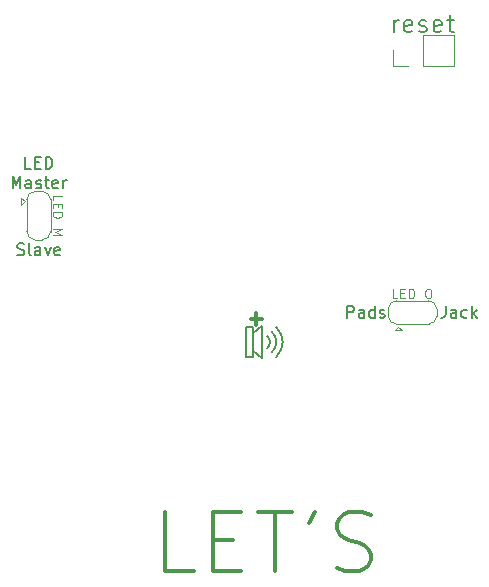
<source format=gbr>
G04 #@! TF.GenerationSoftware,KiCad,Pcbnew,(5.1.2)-2*
G04 #@! TF.CreationDate,2019-10-07T16:48:37+02:00*
G04 #@! TF.ProjectId,vitamins_included,76697461-6d69-46e7-935f-696e636c7564,rev?*
G04 #@! TF.SameCoordinates,Original*
G04 #@! TF.FileFunction,Legend,Top*
G04 #@! TF.FilePolarity,Positive*
%FSLAX46Y46*%
G04 Gerber Fmt 4.6, Leading zero omitted, Abs format (unit mm)*
G04 Created by KiCad (PCBNEW (5.1.2)-2) date 2019-10-07 16:48:37*
%MOMM*%
%LPD*%
G04 APERTURE LIST*
%ADD10C,0.100000*%
%ADD11C,0.150000*%
%ADD12C,0.300000*%
%ADD13C,0.200000*%
%ADD14C,0.120000*%
%ADD15C,0.180000*%
G04 APERTURE END LIST*
D10*
X68461904Y-26411904D02*
X68080952Y-26411904D01*
X68080952Y-25611904D01*
X68728571Y-25992857D02*
X68995238Y-25992857D01*
X69109523Y-26411904D02*
X68728571Y-26411904D01*
X68728571Y-25611904D01*
X69109523Y-25611904D01*
X69452380Y-26411904D02*
X69452380Y-25611904D01*
X69642857Y-25611904D01*
X69757142Y-25650000D01*
X69833333Y-25726190D01*
X69871428Y-25802380D01*
X69909523Y-25954761D01*
X69909523Y-26069047D01*
X69871428Y-26221428D01*
X69833333Y-26297619D01*
X69757142Y-26373809D01*
X69642857Y-26411904D01*
X69452380Y-26411904D01*
X71014285Y-25611904D02*
X71166666Y-25611904D01*
X71242857Y-25650000D01*
X71319047Y-25726190D01*
X71357142Y-25878571D01*
X71357142Y-26145238D01*
X71319047Y-26297619D01*
X71242857Y-26373809D01*
X71166666Y-26411904D01*
X71014285Y-26411904D01*
X70938095Y-26373809D01*
X70861904Y-26297619D01*
X70823809Y-26145238D01*
X70823809Y-25878571D01*
X70861904Y-25726190D01*
X70938095Y-25650000D01*
X71014285Y-25611904D01*
X39288095Y-18123809D02*
X39288095Y-17742857D01*
X40088095Y-17742857D01*
X39707142Y-18390476D02*
X39707142Y-18657142D01*
X39288095Y-18771428D02*
X39288095Y-18390476D01*
X40088095Y-18390476D01*
X40088095Y-18771428D01*
X39288095Y-19114285D02*
X40088095Y-19114285D01*
X40088095Y-19304761D01*
X40050000Y-19419047D01*
X39973809Y-19495238D01*
X39897619Y-19533333D01*
X39745238Y-19571428D01*
X39630952Y-19571428D01*
X39478571Y-19533333D01*
X39402380Y-19495238D01*
X39326190Y-19419047D01*
X39288095Y-19304761D01*
X39288095Y-19114285D01*
X39288095Y-20523809D02*
X40088095Y-20523809D01*
X39516666Y-20790476D01*
X40088095Y-21057142D01*
X39288095Y-21057142D01*
D11*
X37457142Y-15427380D02*
X36980952Y-15427380D01*
X36980952Y-14427380D01*
X37790476Y-14903571D02*
X38123809Y-14903571D01*
X38266666Y-15427380D02*
X37790476Y-15427380D01*
X37790476Y-14427380D01*
X38266666Y-14427380D01*
X38695238Y-15427380D02*
X38695238Y-14427380D01*
X38933333Y-14427380D01*
X39076190Y-14475000D01*
X39171428Y-14570238D01*
X39219047Y-14665476D01*
X39266666Y-14855952D01*
X39266666Y-14998809D01*
X39219047Y-15189285D01*
X39171428Y-15284523D01*
X39076190Y-15379761D01*
X38933333Y-15427380D01*
X38695238Y-15427380D01*
X35885714Y-17077380D02*
X35885714Y-16077380D01*
X36219047Y-16791666D01*
X36552380Y-16077380D01*
X36552380Y-17077380D01*
X37457142Y-17077380D02*
X37457142Y-16553571D01*
X37409523Y-16458333D01*
X37314285Y-16410714D01*
X37123809Y-16410714D01*
X37028571Y-16458333D01*
X37457142Y-17029761D02*
X37361904Y-17077380D01*
X37123809Y-17077380D01*
X37028571Y-17029761D01*
X36980952Y-16934523D01*
X36980952Y-16839285D01*
X37028571Y-16744047D01*
X37123809Y-16696428D01*
X37361904Y-16696428D01*
X37457142Y-16648809D01*
X37885714Y-17029761D02*
X37980952Y-17077380D01*
X38171428Y-17077380D01*
X38266666Y-17029761D01*
X38314285Y-16934523D01*
X38314285Y-16886904D01*
X38266666Y-16791666D01*
X38171428Y-16744047D01*
X38028571Y-16744047D01*
X37933333Y-16696428D01*
X37885714Y-16601190D01*
X37885714Y-16553571D01*
X37933333Y-16458333D01*
X38028571Y-16410714D01*
X38171428Y-16410714D01*
X38266666Y-16458333D01*
X38600000Y-16410714D02*
X38980952Y-16410714D01*
X38742857Y-16077380D02*
X38742857Y-16934523D01*
X38790476Y-17029761D01*
X38885714Y-17077380D01*
X38980952Y-17077380D01*
X39695238Y-17029761D02*
X39600000Y-17077380D01*
X39409523Y-17077380D01*
X39314285Y-17029761D01*
X39266666Y-16934523D01*
X39266666Y-16553571D01*
X39314285Y-16458333D01*
X39409523Y-16410714D01*
X39600000Y-16410714D01*
X39695238Y-16458333D01*
X39742857Y-16553571D01*
X39742857Y-16648809D01*
X39266666Y-16744047D01*
X40171428Y-17077380D02*
X40171428Y-16410714D01*
X40171428Y-16601190D02*
X40219047Y-16505952D01*
X40266666Y-16458333D01*
X40361904Y-16410714D01*
X40457142Y-16410714D01*
X36290476Y-22704761D02*
X36433333Y-22752380D01*
X36671428Y-22752380D01*
X36766666Y-22704761D01*
X36814285Y-22657142D01*
X36861904Y-22561904D01*
X36861904Y-22466666D01*
X36814285Y-22371428D01*
X36766666Y-22323809D01*
X36671428Y-22276190D01*
X36480952Y-22228571D01*
X36385714Y-22180952D01*
X36338095Y-22133333D01*
X36290476Y-22038095D01*
X36290476Y-21942857D01*
X36338095Y-21847619D01*
X36385714Y-21800000D01*
X36480952Y-21752380D01*
X36719047Y-21752380D01*
X36861904Y-21800000D01*
X37433333Y-22752380D02*
X37338095Y-22704761D01*
X37290476Y-22609523D01*
X37290476Y-21752380D01*
X38242857Y-22752380D02*
X38242857Y-22228571D01*
X38195238Y-22133333D01*
X38100000Y-22085714D01*
X37909523Y-22085714D01*
X37814285Y-22133333D01*
X38242857Y-22704761D02*
X38147619Y-22752380D01*
X37909523Y-22752380D01*
X37814285Y-22704761D01*
X37766666Y-22609523D01*
X37766666Y-22514285D01*
X37814285Y-22419047D01*
X37909523Y-22371428D01*
X38147619Y-22371428D01*
X38242857Y-22323809D01*
X38623809Y-22085714D02*
X38861904Y-22752380D01*
X39100000Y-22085714D01*
X39861904Y-22704761D02*
X39766666Y-22752380D01*
X39576190Y-22752380D01*
X39480952Y-22704761D01*
X39433333Y-22609523D01*
X39433333Y-22228571D01*
X39480952Y-22133333D01*
X39576190Y-22085714D01*
X39766666Y-22085714D01*
X39861904Y-22133333D01*
X39909523Y-22228571D01*
X39909523Y-22323809D01*
X39433333Y-22419047D01*
D12*
X51216523Y-49512904D02*
X48835571Y-49512904D01*
X48835571Y-44512904D01*
X52883190Y-46893857D02*
X54549857Y-46893857D01*
X55264142Y-49512904D02*
X52883190Y-49512904D01*
X52883190Y-44512904D01*
X55264142Y-44512904D01*
X56692714Y-44512904D02*
X59549857Y-44512904D01*
X58121285Y-49512904D02*
X58121285Y-44512904D01*
X61454619Y-44512904D02*
X60978428Y-45465285D01*
X63359380Y-49274809D02*
X64073666Y-49512904D01*
X65264142Y-49512904D01*
X65740333Y-49274809D01*
X65978428Y-49036714D01*
X66216523Y-48560523D01*
X66216523Y-48084333D01*
X65978428Y-47608142D01*
X65740333Y-47370047D01*
X65264142Y-47131952D01*
X64311761Y-46893857D01*
X63835571Y-46655761D01*
X63597476Y-46417666D01*
X63359380Y-45941476D01*
X63359380Y-45465285D01*
X63597476Y-44989095D01*
X63835571Y-44751000D01*
X64311761Y-44512904D01*
X65502238Y-44512904D01*
X66216523Y-44751000D01*
D11*
X72557142Y-27052380D02*
X72557142Y-27766666D01*
X72509523Y-27909523D01*
X72414285Y-28004761D01*
X72271428Y-28052380D01*
X72176190Y-28052380D01*
X73461904Y-28052380D02*
X73461904Y-27528571D01*
X73414285Y-27433333D01*
X73319047Y-27385714D01*
X73128571Y-27385714D01*
X73033333Y-27433333D01*
X73461904Y-28004761D02*
X73366666Y-28052380D01*
X73128571Y-28052380D01*
X73033333Y-28004761D01*
X72985714Y-27909523D01*
X72985714Y-27814285D01*
X73033333Y-27719047D01*
X73128571Y-27671428D01*
X73366666Y-27671428D01*
X73461904Y-27623809D01*
X74366666Y-28004761D02*
X74271428Y-28052380D01*
X74080952Y-28052380D01*
X73985714Y-28004761D01*
X73938095Y-27957142D01*
X73890476Y-27861904D01*
X73890476Y-27576190D01*
X73938095Y-27480952D01*
X73985714Y-27433333D01*
X74080952Y-27385714D01*
X74271428Y-27385714D01*
X74366666Y-27433333D01*
X74795238Y-28052380D02*
X74795238Y-27052380D01*
X74890476Y-27671428D02*
X75176190Y-28052380D01*
X75176190Y-27385714D02*
X74795238Y-27766666D01*
D12*
X56045761Y-28171642D02*
X57036238Y-28171642D01*
X56541000Y-27676404D02*
X56541000Y-28666880D01*
D11*
X64228571Y-28052380D02*
X64228571Y-27052380D01*
X64609523Y-27052380D01*
X64704761Y-27100000D01*
X64752380Y-27147619D01*
X64800000Y-27242857D01*
X64800000Y-27385714D01*
X64752380Y-27480952D01*
X64704761Y-27528571D01*
X64609523Y-27576190D01*
X64228571Y-27576190D01*
X65657142Y-28052380D02*
X65657142Y-27528571D01*
X65609523Y-27433333D01*
X65514285Y-27385714D01*
X65323809Y-27385714D01*
X65228571Y-27433333D01*
X65657142Y-28004761D02*
X65561904Y-28052380D01*
X65323809Y-28052380D01*
X65228571Y-28004761D01*
X65180952Y-27909523D01*
X65180952Y-27814285D01*
X65228571Y-27719047D01*
X65323809Y-27671428D01*
X65561904Y-27671428D01*
X65657142Y-27623809D01*
X66561904Y-28052380D02*
X66561904Y-27052380D01*
X66561904Y-28004761D02*
X66466666Y-28052380D01*
X66276190Y-28052380D01*
X66180952Y-28004761D01*
X66133333Y-27957142D01*
X66085714Y-27861904D01*
X66085714Y-27576190D01*
X66133333Y-27480952D01*
X66180952Y-27433333D01*
X66276190Y-27385714D01*
X66466666Y-27385714D01*
X66561904Y-27433333D01*
X66990476Y-28004761D02*
X67085714Y-28052380D01*
X67276190Y-28052380D01*
X67371428Y-28004761D01*
X67419047Y-27909523D01*
X67419047Y-27861904D01*
X67371428Y-27766666D01*
X67276190Y-27719047D01*
X67133333Y-27719047D01*
X67038095Y-27671428D01*
X66990476Y-27576190D01*
X66990476Y-27528571D01*
X67038095Y-27433333D01*
X67133333Y-27385714D01*
X67276190Y-27385714D01*
X67371428Y-27433333D01*
D13*
X58192567Y-31375489D02*
G75*
G03X58192000Y-28836000I-1143567J1269489D01*
G01*
X56287000Y-29344000D02*
X57049000Y-28709000D01*
X57049000Y-28709000D02*
X57049000Y-30106000D01*
X57429646Y-30614264D02*
G75*
G03X57430000Y-29598001I-380646J508264D01*
G01*
X56287000Y-30852128D02*
X57049000Y-31487128D01*
X57820464Y-30986799D02*
G75*
G03X57811000Y-29217000I-771464J880799D01*
G01*
X56287000Y-30106000D02*
X56287000Y-31376000D01*
X56287000Y-31376000D02*
X55652000Y-31376000D01*
X55652000Y-31376000D02*
X55652000Y-30106000D01*
X56287000Y-30106000D02*
X56287000Y-28836000D01*
X57049000Y-31487128D02*
X57049000Y-30106000D01*
X55652000Y-28836000D02*
X55652000Y-30106000D01*
X56287000Y-28836000D02*
X55652000Y-28836000D01*
D14*
X68550000Y-28800000D02*
X68850000Y-29100000D01*
X68250000Y-29100000D02*
X68850000Y-29100000D01*
X68550000Y-28800000D02*
X68250000Y-29100000D01*
X67700000Y-27900000D02*
X67700000Y-27300000D01*
X71150000Y-28600000D02*
X68350000Y-28600000D01*
X71800000Y-27300000D02*
X71800000Y-27900000D01*
X68350000Y-26600000D02*
X71150000Y-26600000D01*
X71100000Y-26600000D02*
G75*
G02X71800000Y-27300000I0J-700000D01*
G01*
X71800000Y-27900000D02*
G75*
G02X71100000Y-28600000I-700000J0D01*
G01*
X68400000Y-28600000D02*
G75*
G02X67700000Y-27900000I0J700000D01*
G01*
X67700000Y-27300000D02*
G75*
G02X68400000Y-26600000I700000J0D01*
G01*
X73270000Y-6730000D02*
X73270000Y-4070000D01*
X70670000Y-6730000D02*
X73270000Y-6730000D01*
X70670000Y-4070000D02*
X73270000Y-4070000D01*
X70670000Y-6730000D02*
X70670000Y-4070000D01*
X69400000Y-6730000D02*
X68070000Y-6730000D01*
X68070000Y-6730000D02*
X68070000Y-5400000D01*
X38400000Y-17350000D02*
G75*
G02X39100000Y-18050000I0J-700000D01*
G01*
X37100000Y-18050000D02*
G75*
G02X37800000Y-17350000I700000J0D01*
G01*
X37800000Y-21450000D02*
G75*
G02X37100000Y-20750000I0J700000D01*
G01*
X39100000Y-20750000D02*
G75*
G02X38400000Y-21450000I-700000J0D01*
G01*
X39100000Y-18000000D02*
X39100000Y-20800000D01*
X38400000Y-21450000D02*
X37800000Y-21450000D01*
X37100000Y-20800000D02*
X37100000Y-18000000D01*
X37800000Y-17350000D02*
X38400000Y-17350000D01*
X36900000Y-18200000D02*
X36600000Y-17900000D01*
X36600000Y-17900000D02*
X36600000Y-18500000D01*
X36900000Y-18200000D02*
X36600000Y-18500000D01*
D15*
X68171428Y-3878571D02*
X68171428Y-2878571D01*
X68171428Y-3164285D02*
X68242857Y-3021428D01*
X68314285Y-2950000D01*
X68457142Y-2878571D01*
X68600000Y-2878571D01*
X69671428Y-3807142D02*
X69528571Y-3878571D01*
X69242857Y-3878571D01*
X69100000Y-3807142D01*
X69028571Y-3664285D01*
X69028571Y-3092857D01*
X69100000Y-2950000D01*
X69242857Y-2878571D01*
X69528571Y-2878571D01*
X69671428Y-2950000D01*
X69742857Y-3092857D01*
X69742857Y-3235714D01*
X69028571Y-3378571D01*
X70314285Y-3807142D02*
X70457142Y-3878571D01*
X70742857Y-3878571D01*
X70885714Y-3807142D01*
X70957142Y-3664285D01*
X70957142Y-3592857D01*
X70885714Y-3450000D01*
X70742857Y-3378571D01*
X70528571Y-3378571D01*
X70385714Y-3307142D01*
X70314285Y-3164285D01*
X70314285Y-3092857D01*
X70385714Y-2950000D01*
X70528571Y-2878571D01*
X70742857Y-2878571D01*
X70885714Y-2950000D01*
X72171428Y-3807142D02*
X72028571Y-3878571D01*
X71742857Y-3878571D01*
X71600000Y-3807142D01*
X71528571Y-3664285D01*
X71528571Y-3092857D01*
X71600000Y-2950000D01*
X71742857Y-2878571D01*
X72028571Y-2878571D01*
X72171428Y-2950000D01*
X72242857Y-3092857D01*
X72242857Y-3235714D01*
X71528571Y-3378571D01*
X72671428Y-2878571D02*
X73242857Y-2878571D01*
X72885714Y-2378571D02*
X72885714Y-3664285D01*
X72957142Y-3807142D01*
X73100000Y-3878571D01*
X73242857Y-3878571D01*
M02*

</source>
